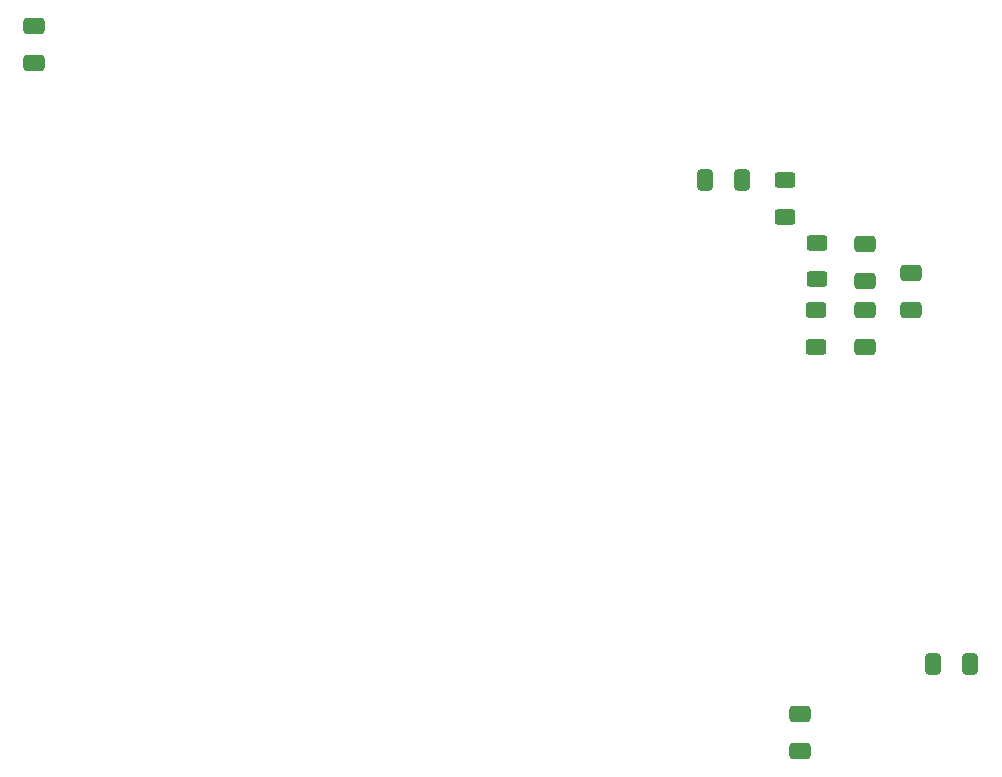
<source format=gbr>
%TF.GenerationSoftware,KiCad,Pcbnew,9.0.5*%
%TF.CreationDate,2025-10-20T17:55:58+02:00*%
%TF.ProjectId,yoradio-3,796f7261-6469-46f2-9d33-2e6b69636164,rev?*%
%TF.SameCoordinates,Original*%
%TF.FileFunction,Paste,Bot*%
%TF.FilePolarity,Positive*%
%FSLAX46Y46*%
G04 Gerber Fmt 4.6, Leading zero omitted, Abs format (unit mm)*
G04 Created by KiCad (PCBNEW 9.0.5) date 2025-10-20 17:55:58*
%MOMM*%
%LPD*%
G01*
G04 APERTURE LIST*
G04 Aperture macros list*
%AMRoundRect*
0 Rectangle with rounded corners*
0 $1 Rounding radius*
0 $2 $3 $4 $5 $6 $7 $8 $9 X,Y pos of 4 corners*
0 Add a 4 corners polygon primitive as box body*
4,1,4,$2,$3,$4,$5,$6,$7,$8,$9,$2,$3,0*
0 Add four circle primitives for the rounded corners*
1,1,$1+$1,$2,$3*
1,1,$1+$1,$4,$5*
1,1,$1+$1,$6,$7*
1,1,$1+$1,$8,$9*
0 Add four rect primitives between the rounded corners*
20,1,$1+$1,$2,$3,$4,$5,0*
20,1,$1+$1,$4,$5,$6,$7,0*
20,1,$1+$1,$6,$7,$8,$9,0*
20,1,$1+$1,$8,$9,$2,$3,0*%
G04 Aperture macros list end*
%ADD10RoundRect,0.250000X0.412500X0.650000X-0.412500X0.650000X-0.412500X-0.650000X0.412500X-0.650000X0*%
%ADD11RoundRect,0.250000X-0.625000X0.400000X-0.625000X-0.400000X0.625000X-0.400000X0.625000X0.400000X0*%
%ADD12RoundRect,0.250000X-0.650000X0.412500X-0.650000X-0.412500X0.650000X-0.412500X0.650000X0.412500X0*%
%ADD13RoundRect,0.250000X0.650000X-0.412500X0.650000X0.412500X-0.650000X0.412500X-0.650000X-0.412500X0*%
%ADD14RoundRect,0.250000X0.625000X-0.400000X0.625000X0.400000X-0.625000X0.400000X-0.625000X-0.400000X0*%
G04 APERTURE END LIST*
D10*
%TO.C,C8*%
X156842500Y-78160000D03*
X153717500Y-78160000D03*
%TD*%
D11*
%TO.C,R1*%
X160500000Y-78160000D03*
X160500000Y-81260000D03*
%TD*%
D12*
%TO.C,C5*%
X96950000Y-65137500D03*
X96950000Y-68262500D03*
%TD*%
D10*
%TO.C,C10*%
X176182500Y-119130000D03*
X173057500Y-119130000D03*
%TD*%
D11*
%TO.C,R3*%
X163100000Y-89150000D03*
X163100000Y-92250000D03*
%TD*%
D13*
%TO.C,C4*%
X167300000Y-92262500D03*
X167300000Y-89137500D03*
%TD*%
%TO.C,C1*%
X171200000Y-89162500D03*
X171200000Y-86037500D03*
%TD*%
%TO.C,C7*%
X161800000Y-126462500D03*
X161800000Y-123337500D03*
%TD*%
D14*
%TO.C,R2*%
X163200000Y-86550000D03*
X163200000Y-83450000D03*
%TD*%
D12*
%TO.C,C3*%
X167300000Y-83537500D03*
X167300000Y-86662500D03*
%TD*%
M02*

</source>
